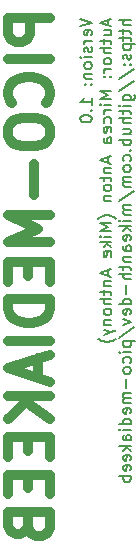
<source format=gbo>
G04 #@! TF.GenerationSoftware,KiCad,Pcbnew,5.1.5+dfsg1-2build2*
G04 #@! TF.CreationDate,2021-05-11T19:50:18+03:00*
G04 #@! TF.ProjectId,pico-mediakeeb,7069636f-2d6d-4656-9469-616b6565622e,v01*
G04 #@! TF.SameCoordinates,Original*
G04 #@! TF.FileFunction,Legend,Bot*
G04 #@! TF.FilePolarity,Positive*
%FSLAX46Y46*%
G04 Gerber Fmt 4.6, Leading zero omitted, Abs format (unit mm)*
G04 Created by KiCad (PCBNEW 5.1.5+dfsg1-2build2) date 2021-05-11 19:50:18*
%MOMM*%
%LPD*%
G04 APERTURE LIST*
%ADD10C,0.150000*%
%ADD11C,0.875000*%
G04 APERTURE END LIST*
D10*
X103212380Y-54802738D02*
X104212380Y-55136071D01*
X103212380Y-55469404D01*
X104164761Y-56183690D02*
X104212380Y-56088452D01*
X104212380Y-55897976D01*
X104164761Y-55802738D01*
X104069523Y-55755119D01*
X103688571Y-55755119D01*
X103593333Y-55802738D01*
X103545714Y-55897976D01*
X103545714Y-56088452D01*
X103593333Y-56183690D01*
X103688571Y-56231309D01*
X103783809Y-56231309D01*
X103879047Y-55755119D01*
X104212380Y-56659880D02*
X103545714Y-56659880D01*
X103736190Y-56659880D02*
X103640952Y-56707500D01*
X103593333Y-56755119D01*
X103545714Y-56850357D01*
X103545714Y-56945595D01*
X104164761Y-57231309D02*
X104212380Y-57326547D01*
X104212380Y-57517023D01*
X104164761Y-57612261D01*
X104069523Y-57659880D01*
X104021904Y-57659880D01*
X103926666Y-57612261D01*
X103879047Y-57517023D01*
X103879047Y-57374166D01*
X103831428Y-57278928D01*
X103736190Y-57231309D01*
X103688571Y-57231309D01*
X103593333Y-57278928D01*
X103545714Y-57374166D01*
X103545714Y-57517023D01*
X103593333Y-57612261D01*
X104212380Y-58088452D02*
X103545714Y-58088452D01*
X103212380Y-58088452D02*
X103260000Y-58040833D01*
X103307619Y-58088452D01*
X103260000Y-58136071D01*
X103212380Y-58088452D01*
X103307619Y-58088452D01*
X104212380Y-58707500D02*
X104164761Y-58612261D01*
X104117142Y-58564642D01*
X104021904Y-58517023D01*
X103736190Y-58517023D01*
X103640952Y-58564642D01*
X103593333Y-58612261D01*
X103545714Y-58707500D01*
X103545714Y-58850357D01*
X103593333Y-58945595D01*
X103640952Y-58993214D01*
X103736190Y-59040833D01*
X104021904Y-59040833D01*
X104117142Y-58993214D01*
X104164761Y-58945595D01*
X104212380Y-58850357D01*
X104212380Y-58707500D01*
X103545714Y-59469404D02*
X104212380Y-59469404D01*
X103640952Y-59469404D02*
X103593333Y-59517023D01*
X103545714Y-59612261D01*
X103545714Y-59755119D01*
X103593333Y-59850357D01*
X103688571Y-59897976D01*
X104212380Y-59897976D01*
X104117142Y-60374166D02*
X104164761Y-60421785D01*
X104212380Y-60374166D01*
X104164761Y-60326547D01*
X104117142Y-60374166D01*
X104212380Y-60374166D01*
X103593333Y-60374166D02*
X103640952Y-60421785D01*
X103688571Y-60374166D01*
X103640952Y-60326547D01*
X103593333Y-60374166D01*
X103688571Y-60374166D01*
X104212380Y-62136071D02*
X104212380Y-61564642D01*
X104212380Y-61850357D02*
X103212380Y-61850357D01*
X103355238Y-61755119D01*
X103450476Y-61659880D01*
X103498095Y-61564642D01*
X104117142Y-62564642D02*
X104164761Y-62612261D01*
X104212380Y-62564642D01*
X104164761Y-62517023D01*
X104117142Y-62564642D01*
X104212380Y-62564642D01*
X103212380Y-63231309D02*
X103212380Y-63326547D01*
X103260000Y-63421785D01*
X103307619Y-63469404D01*
X103402857Y-63517023D01*
X103593333Y-63564642D01*
X103831428Y-63564642D01*
X104021904Y-63517023D01*
X104117142Y-63469404D01*
X104164761Y-63421785D01*
X104212380Y-63326547D01*
X104212380Y-63231309D01*
X104164761Y-63136071D01*
X104117142Y-63088452D01*
X104021904Y-63040833D01*
X103831428Y-62993214D01*
X103593333Y-62993214D01*
X103402857Y-63040833D01*
X103307619Y-63088452D01*
X103260000Y-63136071D01*
X103212380Y-63231309D01*
X105576666Y-54897976D02*
X105576666Y-55374166D01*
X105862380Y-54802738D02*
X104862380Y-55136071D01*
X105862380Y-55469404D01*
X105195714Y-56231309D02*
X105862380Y-56231309D01*
X105195714Y-55802738D02*
X105719523Y-55802738D01*
X105814761Y-55850357D01*
X105862380Y-55945595D01*
X105862380Y-56088452D01*
X105814761Y-56183690D01*
X105767142Y-56231309D01*
X105195714Y-56564642D02*
X105195714Y-56945595D01*
X104862380Y-56707500D02*
X105719523Y-56707500D01*
X105814761Y-56755119D01*
X105862380Y-56850357D01*
X105862380Y-56945595D01*
X105862380Y-57278928D02*
X104862380Y-57278928D01*
X105862380Y-57707500D02*
X105338571Y-57707500D01*
X105243333Y-57659880D01*
X105195714Y-57564642D01*
X105195714Y-57421785D01*
X105243333Y-57326547D01*
X105290952Y-57278928D01*
X105862380Y-58326547D02*
X105814761Y-58231309D01*
X105767142Y-58183690D01*
X105671904Y-58136071D01*
X105386190Y-58136071D01*
X105290952Y-58183690D01*
X105243333Y-58231309D01*
X105195714Y-58326547D01*
X105195714Y-58469404D01*
X105243333Y-58564642D01*
X105290952Y-58612261D01*
X105386190Y-58659880D01*
X105671904Y-58659880D01*
X105767142Y-58612261D01*
X105814761Y-58564642D01*
X105862380Y-58469404D01*
X105862380Y-58326547D01*
X105862380Y-59088452D02*
X105195714Y-59088452D01*
X105386190Y-59088452D02*
X105290952Y-59136071D01*
X105243333Y-59183690D01*
X105195714Y-59278928D01*
X105195714Y-59374166D01*
X105767142Y-59707500D02*
X105814761Y-59755119D01*
X105862380Y-59707500D01*
X105814761Y-59659880D01*
X105767142Y-59707500D01*
X105862380Y-59707500D01*
X105243333Y-59707500D02*
X105290952Y-59755119D01*
X105338571Y-59707500D01*
X105290952Y-59659880D01*
X105243333Y-59707500D01*
X105338571Y-59707500D01*
X105862380Y-60945595D02*
X104862380Y-60945595D01*
X105576666Y-61278928D01*
X104862380Y-61612261D01*
X105862380Y-61612261D01*
X105862380Y-62088452D02*
X105195714Y-62088452D01*
X104862380Y-62088452D02*
X104910000Y-62040833D01*
X104957619Y-62088452D01*
X104910000Y-62136071D01*
X104862380Y-62088452D01*
X104957619Y-62088452D01*
X105862380Y-62564642D02*
X105195714Y-62564642D01*
X105386190Y-62564642D02*
X105290952Y-62612261D01*
X105243333Y-62659880D01*
X105195714Y-62755119D01*
X105195714Y-62850357D01*
X105814761Y-63612261D02*
X105862380Y-63517023D01*
X105862380Y-63326547D01*
X105814761Y-63231309D01*
X105767142Y-63183690D01*
X105671904Y-63136071D01*
X105386190Y-63136071D01*
X105290952Y-63183690D01*
X105243333Y-63231309D01*
X105195714Y-63326547D01*
X105195714Y-63517023D01*
X105243333Y-63612261D01*
X105814761Y-64421785D02*
X105862380Y-64326547D01*
X105862380Y-64136071D01*
X105814761Y-64040833D01*
X105719523Y-63993214D01*
X105338571Y-63993214D01*
X105243333Y-64040833D01*
X105195714Y-64136071D01*
X105195714Y-64326547D01*
X105243333Y-64421785D01*
X105338571Y-64469404D01*
X105433809Y-64469404D01*
X105529047Y-63993214D01*
X105862380Y-65326547D02*
X105338571Y-65326547D01*
X105243333Y-65278928D01*
X105195714Y-65183690D01*
X105195714Y-64993214D01*
X105243333Y-64897976D01*
X105814761Y-65326547D02*
X105862380Y-65231309D01*
X105862380Y-64993214D01*
X105814761Y-64897976D01*
X105719523Y-64850357D01*
X105624285Y-64850357D01*
X105529047Y-64897976D01*
X105481428Y-64993214D01*
X105481428Y-65231309D01*
X105433809Y-65326547D01*
X105576666Y-66517023D02*
X105576666Y-66993214D01*
X105862380Y-66421785D02*
X104862380Y-66755119D01*
X105862380Y-67088452D01*
X105195714Y-67421785D02*
X105862380Y-67421785D01*
X105290952Y-67421785D02*
X105243333Y-67469404D01*
X105195714Y-67564642D01*
X105195714Y-67707500D01*
X105243333Y-67802738D01*
X105338571Y-67850357D01*
X105862380Y-67850357D01*
X105195714Y-68183690D02*
X105195714Y-68564642D01*
X104862380Y-68326547D02*
X105719523Y-68326547D01*
X105814761Y-68374166D01*
X105862380Y-68469404D01*
X105862380Y-68564642D01*
X105862380Y-69040833D02*
X105814761Y-68945595D01*
X105767142Y-68897976D01*
X105671904Y-68850357D01*
X105386190Y-68850357D01*
X105290952Y-68897976D01*
X105243333Y-68945595D01*
X105195714Y-69040833D01*
X105195714Y-69183690D01*
X105243333Y-69278928D01*
X105290952Y-69326547D01*
X105386190Y-69374166D01*
X105671904Y-69374166D01*
X105767142Y-69326547D01*
X105814761Y-69278928D01*
X105862380Y-69183690D01*
X105862380Y-69040833D01*
X105195714Y-69802738D02*
X105862380Y-69802738D01*
X105290952Y-69802738D02*
X105243333Y-69850357D01*
X105195714Y-69945595D01*
X105195714Y-70088452D01*
X105243333Y-70183690D01*
X105338571Y-70231309D01*
X105862380Y-70231309D01*
X106243333Y-71755119D02*
X106195714Y-71707500D01*
X106052857Y-71612261D01*
X105957619Y-71564642D01*
X105814761Y-71517023D01*
X105576666Y-71469404D01*
X105386190Y-71469404D01*
X105148095Y-71517023D01*
X105005238Y-71564642D01*
X104910000Y-71612261D01*
X104767142Y-71707500D01*
X104719523Y-71755119D01*
X105862380Y-72136071D02*
X104862380Y-72136071D01*
X105576666Y-72469404D01*
X104862380Y-72802738D01*
X105862380Y-72802738D01*
X105862380Y-73278928D02*
X105195714Y-73278928D01*
X104862380Y-73278928D02*
X104910000Y-73231309D01*
X104957619Y-73278928D01*
X104910000Y-73326547D01*
X104862380Y-73278928D01*
X104957619Y-73278928D01*
X105862380Y-73755119D02*
X104862380Y-73755119D01*
X105481428Y-73850357D02*
X105862380Y-74136071D01*
X105195714Y-74136071D02*
X105576666Y-73755119D01*
X105814761Y-74945595D02*
X105862380Y-74850357D01*
X105862380Y-74659880D01*
X105814761Y-74564642D01*
X105719523Y-74517023D01*
X105338571Y-74517023D01*
X105243333Y-74564642D01*
X105195714Y-74659880D01*
X105195714Y-74850357D01*
X105243333Y-74945595D01*
X105338571Y-74993214D01*
X105433809Y-74993214D01*
X105529047Y-74517023D01*
X105576666Y-76136071D02*
X105576666Y-76612261D01*
X105862380Y-76040833D02*
X104862380Y-76374166D01*
X105862380Y-76707500D01*
X105195714Y-77040833D02*
X105862380Y-77040833D01*
X105290952Y-77040833D02*
X105243333Y-77088452D01*
X105195714Y-77183690D01*
X105195714Y-77326547D01*
X105243333Y-77421785D01*
X105338571Y-77469404D01*
X105862380Y-77469404D01*
X105195714Y-77802738D02*
X105195714Y-78183690D01*
X104862380Y-77945595D02*
X105719523Y-77945595D01*
X105814761Y-77993214D01*
X105862380Y-78088452D01*
X105862380Y-78183690D01*
X105862380Y-78517023D02*
X104862380Y-78517023D01*
X105862380Y-78945595D02*
X105338571Y-78945595D01*
X105243333Y-78897976D01*
X105195714Y-78802738D01*
X105195714Y-78659880D01*
X105243333Y-78564642D01*
X105290952Y-78517023D01*
X105862380Y-79564642D02*
X105814761Y-79469404D01*
X105767142Y-79421785D01*
X105671904Y-79374166D01*
X105386190Y-79374166D01*
X105290952Y-79421785D01*
X105243333Y-79469404D01*
X105195714Y-79564642D01*
X105195714Y-79707500D01*
X105243333Y-79802738D01*
X105290952Y-79850357D01*
X105386190Y-79897976D01*
X105671904Y-79897976D01*
X105767142Y-79850357D01*
X105814761Y-79802738D01*
X105862380Y-79707500D01*
X105862380Y-79564642D01*
X105195714Y-80326547D02*
X105862380Y-80326547D01*
X105290952Y-80326547D02*
X105243333Y-80374166D01*
X105195714Y-80469404D01*
X105195714Y-80612261D01*
X105243333Y-80707500D01*
X105338571Y-80755119D01*
X105862380Y-80755119D01*
X105195714Y-81136071D02*
X105862380Y-81374166D01*
X105195714Y-81612261D02*
X105862380Y-81374166D01*
X106100476Y-81278928D01*
X106148095Y-81231309D01*
X106195714Y-81136071D01*
X106243333Y-81897976D02*
X106195714Y-81945595D01*
X106052857Y-82040833D01*
X105957619Y-82088452D01*
X105814761Y-82136071D01*
X105576666Y-82183690D01*
X105386190Y-82183690D01*
X105148095Y-82136071D01*
X105005238Y-82088452D01*
X104910000Y-82040833D01*
X104767142Y-81945595D01*
X104719523Y-81897976D01*
X107512380Y-54945595D02*
X106512380Y-54945595D01*
X107512380Y-55374166D02*
X106988571Y-55374166D01*
X106893333Y-55326547D01*
X106845714Y-55231309D01*
X106845714Y-55088452D01*
X106893333Y-54993214D01*
X106940952Y-54945595D01*
X106845714Y-55707500D02*
X106845714Y-56088452D01*
X106512380Y-55850357D02*
X107369523Y-55850357D01*
X107464761Y-55897976D01*
X107512380Y-55993214D01*
X107512380Y-56088452D01*
X106845714Y-56278928D02*
X106845714Y-56659880D01*
X106512380Y-56421785D02*
X107369523Y-56421785D01*
X107464761Y-56469404D01*
X107512380Y-56564642D01*
X107512380Y-56659880D01*
X106845714Y-56993214D02*
X107845714Y-56993214D01*
X106893333Y-56993214D02*
X106845714Y-57088452D01*
X106845714Y-57278928D01*
X106893333Y-57374166D01*
X106940952Y-57421785D01*
X107036190Y-57469404D01*
X107321904Y-57469404D01*
X107417142Y-57421785D01*
X107464761Y-57374166D01*
X107512380Y-57278928D01*
X107512380Y-57088452D01*
X107464761Y-56993214D01*
X107464761Y-57850357D02*
X107512380Y-57945595D01*
X107512380Y-58136071D01*
X107464761Y-58231309D01*
X107369523Y-58278928D01*
X107321904Y-58278928D01*
X107226666Y-58231309D01*
X107179047Y-58136071D01*
X107179047Y-57993214D01*
X107131428Y-57897976D01*
X107036190Y-57850357D01*
X106988571Y-57850357D01*
X106893333Y-57897976D01*
X106845714Y-57993214D01*
X106845714Y-58136071D01*
X106893333Y-58231309D01*
X107417142Y-58707500D02*
X107464761Y-58755119D01*
X107512380Y-58707500D01*
X107464761Y-58659880D01*
X107417142Y-58707500D01*
X107512380Y-58707500D01*
X106893333Y-58707500D02*
X106940952Y-58755119D01*
X106988571Y-58707500D01*
X106940952Y-58659880D01*
X106893333Y-58707500D01*
X106988571Y-58707500D01*
X106464761Y-59897976D02*
X107750476Y-59040833D01*
X106464761Y-60945595D02*
X107750476Y-60088452D01*
X106845714Y-61707500D02*
X107655238Y-61707500D01*
X107750476Y-61659880D01*
X107798095Y-61612261D01*
X107845714Y-61517023D01*
X107845714Y-61374166D01*
X107798095Y-61278928D01*
X107464761Y-61707500D02*
X107512380Y-61612261D01*
X107512380Y-61421785D01*
X107464761Y-61326547D01*
X107417142Y-61278928D01*
X107321904Y-61231309D01*
X107036190Y-61231309D01*
X106940952Y-61278928D01*
X106893333Y-61326547D01*
X106845714Y-61421785D01*
X106845714Y-61612261D01*
X106893333Y-61707500D01*
X107512380Y-62183690D02*
X106845714Y-62183690D01*
X106512380Y-62183690D02*
X106560000Y-62136071D01*
X106607619Y-62183690D01*
X106560000Y-62231309D01*
X106512380Y-62183690D01*
X106607619Y-62183690D01*
X106845714Y-62517023D02*
X106845714Y-62897976D01*
X106512380Y-62659880D02*
X107369523Y-62659880D01*
X107464761Y-62707500D01*
X107512380Y-62802738D01*
X107512380Y-62897976D01*
X107512380Y-63231309D02*
X106512380Y-63231309D01*
X107512380Y-63659880D02*
X106988571Y-63659880D01*
X106893333Y-63612261D01*
X106845714Y-63517023D01*
X106845714Y-63374166D01*
X106893333Y-63278928D01*
X106940952Y-63231309D01*
X106845714Y-64564642D02*
X107512380Y-64564642D01*
X106845714Y-64136071D02*
X107369523Y-64136071D01*
X107464761Y-64183690D01*
X107512380Y-64278928D01*
X107512380Y-64421785D01*
X107464761Y-64517023D01*
X107417142Y-64564642D01*
X107512380Y-65040833D02*
X106512380Y-65040833D01*
X106893333Y-65040833D02*
X106845714Y-65136071D01*
X106845714Y-65326547D01*
X106893333Y-65421785D01*
X106940952Y-65469404D01*
X107036190Y-65517023D01*
X107321904Y-65517023D01*
X107417142Y-65469404D01*
X107464761Y-65421785D01*
X107512380Y-65326547D01*
X107512380Y-65136071D01*
X107464761Y-65040833D01*
X107417142Y-65945595D02*
X107464761Y-65993214D01*
X107512380Y-65945595D01*
X107464761Y-65897976D01*
X107417142Y-65945595D01*
X107512380Y-65945595D01*
X107464761Y-66850357D02*
X107512380Y-66755119D01*
X107512380Y-66564642D01*
X107464761Y-66469404D01*
X107417142Y-66421785D01*
X107321904Y-66374166D01*
X107036190Y-66374166D01*
X106940952Y-66421785D01*
X106893333Y-66469404D01*
X106845714Y-66564642D01*
X106845714Y-66755119D01*
X106893333Y-66850357D01*
X107512380Y-67421785D02*
X107464761Y-67326547D01*
X107417142Y-67278928D01*
X107321904Y-67231309D01*
X107036190Y-67231309D01*
X106940952Y-67278928D01*
X106893333Y-67326547D01*
X106845714Y-67421785D01*
X106845714Y-67564642D01*
X106893333Y-67659880D01*
X106940952Y-67707500D01*
X107036190Y-67755119D01*
X107321904Y-67755119D01*
X107417142Y-67707500D01*
X107464761Y-67659880D01*
X107512380Y-67564642D01*
X107512380Y-67421785D01*
X107512380Y-68183690D02*
X106845714Y-68183690D01*
X106940952Y-68183690D02*
X106893333Y-68231309D01*
X106845714Y-68326547D01*
X106845714Y-68469404D01*
X106893333Y-68564642D01*
X106988571Y-68612261D01*
X107512380Y-68612261D01*
X106988571Y-68612261D02*
X106893333Y-68659880D01*
X106845714Y-68755119D01*
X106845714Y-68897976D01*
X106893333Y-68993214D01*
X106988571Y-69040833D01*
X107512380Y-69040833D01*
X106464761Y-70231309D02*
X107750476Y-69374166D01*
X107512380Y-70564642D02*
X106845714Y-70564642D01*
X106940952Y-70564642D02*
X106893333Y-70612261D01*
X106845714Y-70707500D01*
X106845714Y-70850357D01*
X106893333Y-70945595D01*
X106988571Y-70993214D01*
X107512380Y-70993214D01*
X106988571Y-70993214D02*
X106893333Y-71040833D01*
X106845714Y-71136071D01*
X106845714Y-71278928D01*
X106893333Y-71374166D01*
X106988571Y-71421785D01*
X107512380Y-71421785D01*
X107512380Y-71897976D02*
X106845714Y-71897976D01*
X106512380Y-71897976D02*
X106560000Y-71850357D01*
X106607619Y-71897976D01*
X106560000Y-71945595D01*
X106512380Y-71897976D01*
X106607619Y-71897976D01*
X107512380Y-72374166D02*
X106512380Y-72374166D01*
X107131428Y-72469404D02*
X107512380Y-72755119D01*
X106845714Y-72755119D02*
X107226666Y-72374166D01*
X107464761Y-73564642D02*
X107512380Y-73469404D01*
X107512380Y-73278928D01*
X107464761Y-73183690D01*
X107369523Y-73136071D01*
X106988571Y-73136071D01*
X106893333Y-73183690D01*
X106845714Y-73278928D01*
X106845714Y-73469404D01*
X106893333Y-73564642D01*
X106988571Y-73612261D01*
X107083809Y-73612261D01*
X107179047Y-73136071D01*
X107512380Y-74469404D02*
X106988571Y-74469404D01*
X106893333Y-74421785D01*
X106845714Y-74326547D01*
X106845714Y-74136071D01*
X106893333Y-74040833D01*
X107464761Y-74469404D02*
X107512380Y-74374166D01*
X107512380Y-74136071D01*
X107464761Y-74040833D01*
X107369523Y-73993214D01*
X107274285Y-73993214D01*
X107179047Y-74040833D01*
X107131428Y-74136071D01*
X107131428Y-74374166D01*
X107083809Y-74469404D01*
X106845714Y-74945595D02*
X107512380Y-74945595D01*
X106940952Y-74945595D02*
X106893333Y-74993214D01*
X106845714Y-75088452D01*
X106845714Y-75231309D01*
X106893333Y-75326547D01*
X106988571Y-75374166D01*
X107512380Y-75374166D01*
X106845714Y-75707500D02*
X106845714Y-76088452D01*
X106512380Y-75850357D02*
X107369523Y-75850357D01*
X107464761Y-75897976D01*
X107512380Y-75993214D01*
X107512380Y-76088452D01*
X107512380Y-76421785D02*
X106512380Y-76421785D01*
X107512380Y-76850357D02*
X106988571Y-76850357D01*
X106893333Y-76802738D01*
X106845714Y-76707500D01*
X106845714Y-76564642D01*
X106893333Y-76469404D01*
X106940952Y-76421785D01*
X107131428Y-77326547D02*
X107131428Y-78088452D01*
X107512380Y-78993214D02*
X106512380Y-78993214D01*
X107464761Y-78993214D02*
X107512380Y-78897976D01*
X107512380Y-78707500D01*
X107464761Y-78612261D01*
X107417142Y-78564642D01*
X107321904Y-78517023D01*
X107036190Y-78517023D01*
X106940952Y-78564642D01*
X106893333Y-78612261D01*
X106845714Y-78707500D01*
X106845714Y-78897976D01*
X106893333Y-78993214D01*
X107464761Y-79850357D02*
X107512380Y-79755119D01*
X107512380Y-79564642D01*
X107464761Y-79469404D01*
X107369523Y-79421785D01*
X106988571Y-79421785D01*
X106893333Y-79469404D01*
X106845714Y-79564642D01*
X106845714Y-79755119D01*
X106893333Y-79850357D01*
X106988571Y-79897976D01*
X107083809Y-79897976D01*
X107179047Y-79421785D01*
X106845714Y-80231309D02*
X107512380Y-80469404D01*
X106845714Y-80707500D01*
X106464761Y-81802738D02*
X107750476Y-80945595D01*
X106845714Y-82136071D02*
X107845714Y-82136071D01*
X106893333Y-82136071D02*
X106845714Y-82231309D01*
X106845714Y-82421785D01*
X106893333Y-82517023D01*
X106940952Y-82564642D01*
X107036190Y-82612261D01*
X107321904Y-82612261D01*
X107417142Y-82564642D01*
X107464761Y-82517023D01*
X107512380Y-82421785D01*
X107512380Y-82231309D01*
X107464761Y-82136071D01*
X107512380Y-83040833D02*
X106845714Y-83040833D01*
X106512380Y-83040833D02*
X106560000Y-82993214D01*
X106607619Y-83040833D01*
X106560000Y-83088452D01*
X106512380Y-83040833D01*
X106607619Y-83040833D01*
X107464761Y-83945595D02*
X107512380Y-83850357D01*
X107512380Y-83659880D01*
X107464761Y-83564642D01*
X107417142Y-83517023D01*
X107321904Y-83469404D01*
X107036190Y-83469404D01*
X106940952Y-83517023D01*
X106893333Y-83564642D01*
X106845714Y-83659880D01*
X106845714Y-83850357D01*
X106893333Y-83945595D01*
X107512380Y-84517023D02*
X107464761Y-84421785D01*
X107417142Y-84374166D01*
X107321904Y-84326547D01*
X107036190Y-84326547D01*
X106940952Y-84374166D01*
X106893333Y-84421785D01*
X106845714Y-84517023D01*
X106845714Y-84659880D01*
X106893333Y-84755119D01*
X106940952Y-84802738D01*
X107036190Y-84850357D01*
X107321904Y-84850357D01*
X107417142Y-84802738D01*
X107464761Y-84755119D01*
X107512380Y-84659880D01*
X107512380Y-84517023D01*
X107131428Y-85278928D02*
X107131428Y-86040833D01*
X107512380Y-86517023D02*
X106845714Y-86517023D01*
X106940952Y-86517023D02*
X106893333Y-86564642D01*
X106845714Y-86659880D01*
X106845714Y-86802738D01*
X106893333Y-86897976D01*
X106988571Y-86945595D01*
X107512380Y-86945595D01*
X106988571Y-86945595D02*
X106893333Y-86993214D01*
X106845714Y-87088452D01*
X106845714Y-87231309D01*
X106893333Y-87326547D01*
X106988571Y-87374166D01*
X107512380Y-87374166D01*
X107464761Y-88231309D02*
X107512380Y-88136071D01*
X107512380Y-87945595D01*
X107464761Y-87850357D01*
X107369523Y-87802738D01*
X106988571Y-87802738D01*
X106893333Y-87850357D01*
X106845714Y-87945595D01*
X106845714Y-88136071D01*
X106893333Y-88231309D01*
X106988571Y-88278928D01*
X107083809Y-88278928D01*
X107179047Y-87802738D01*
X107512380Y-89136071D02*
X106512380Y-89136071D01*
X107464761Y-89136071D02*
X107512380Y-89040833D01*
X107512380Y-88850357D01*
X107464761Y-88755119D01*
X107417142Y-88707500D01*
X107321904Y-88659880D01*
X107036190Y-88659880D01*
X106940952Y-88707500D01*
X106893333Y-88755119D01*
X106845714Y-88850357D01*
X106845714Y-89040833D01*
X106893333Y-89136071D01*
X107512380Y-89612261D02*
X106845714Y-89612261D01*
X106512380Y-89612261D02*
X106560000Y-89564642D01*
X106607619Y-89612261D01*
X106560000Y-89659880D01*
X106512380Y-89612261D01*
X106607619Y-89612261D01*
X107512380Y-90517023D02*
X106988571Y-90517023D01*
X106893333Y-90469404D01*
X106845714Y-90374166D01*
X106845714Y-90183690D01*
X106893333Y-90088452D01*
X107464761Y-90517023D02*
X107512380Y-90421785D01*
X107512380Y-90183690D01*
X107464761Y-90088452D01*
X107369523Y-90040833D01*
X107274285Y-90040833D01*
X107179047Y-90088452D01*
X107131428Y-90183690D01*
X107131428Y-90421785D01*
X107083809Y-90517023D01*
X107512380Y-90993214D02*
X106512380Y-90993214D01*
X107131428Y-91088452D02*
X107512380Y-91374166D01*
X106845714Y-91374166D02*
X107226666Y-90993214D01*
X107464761Y-92183690D02*
X107512380Y-92088452D01*
X107512380Y-91897976D01*
X107464761Y-91802738D01*
X107369523Y-91755119D01*
X106988571Y-91755119D01*
X106893333Y-91802738D01*
X106845714Y-91897976D01*
X106845714Y-92088452D01*
X106893333Y-92183690D01*
X106988571Y-92231309D01*
X107083809Y-92231309D01*
X107179047Y-91755119D01*
X107464761Y-93040833D02*
X107512380Y-92945595D01*
X107512380Y-92755119D01*
X107464761Y-92659880D01*
X107369523Y-92612261D01*
X106988571Y-92612261D01*
X106893333Y-92659880D01*
X106845714Y-92755119D01*
X106845714Y-92945595D01*
X106893333Y-93040833D01*
X106988571Y-93088452D01*
X107083809Y-93088452D01*
X107179047Y-92612261D01*
X107512380Y-93517023D02*
X106512380Y-93517023D01*
X106893333Y-93517023D02*
X106845714Y-93612261D01*
X106845714Y-93802738D01*
X106893333Y-93897976D01*
X106940952Y-93945595D01*
X107036190Y-93993214D01*
X107321904Y-93993214D01*
X107417142Y-93945595D01*
X107464761Y-93897976D01*
X107512380Y-93802738D01*
X107512380Y-93612261D01*
X107464761Y-93517023D01*
D11*
X100643333Y-54742083D02*
X97143333Y-54742083D01*
X97143333Y-56075416D01*
X97310000Y-56408750D01*
X97476666Y-56575416D01*
X97810000Y-56742083D01*
X98310000Y-56742083D01*
X98643333Y-56575416D01*
X98810000Y-56408750D01*
X98976666Y-56075416D01*
X98976666Y-54742083D01*
X100643333Y-58242083D02*
X97143333Y-58242083D01*
X100310000Y-61908750D02*
X100476666Y-61742083D01*
X100643333Y-61242083D01*
X100643333Y-60908750D01*
X100476666Y-60408750D01*
X100143333Y-60075416D01*
X99810000Y-59908750D01*
X99143333Y-59742083D01*
X98643333Y-59742083D01*
X97976666Y-59908750D01*
X97643333Y-60075416D01*
X97310000Y-60408750D01*
X97143333Y-60908750D01*
X97143333Y-61242083D01*
X97310000Y-61742083D01*
X97476666Y-61908750D01*
X97143333Y-64075416D02*
X97143333Y-64742083D01*
X97310000Y-65075416D01*
X97643333Y-65408750D01*
X98310000Y-65575416D01*
X99476666Y-65575416D01*
X100143333Y-65408750D01*
X100476666Y-65075416D01*
X100643333Y-64742083D01*
X100643333Y-64075416D01*
X100476666Y-63742083D01*
X100143333Y-63408750D01*
X99476666Y-63242083D01*
X98310000Y-63242083D01*
X97643333Y-63408750D01*
X97310000Y-63742083D01*
X97143333Y-64075416D01*
X99310000Y-67075416D02*
X99310000Y-69742083D01*
X100643333Y-71408750D02*
X97143333Y-71408750D01*
X99643333Y-72575416D01*
X97143333Y-73742083D01*
X100643333Y-73742083D01*
X98810000Y-75408750D02*
X98810000Y-76575416D01*
X100643333Y-77075416D02*
X100643333Y-75408750D01*
X97143333Y-75408750D01*
X97143333Y-77075416D01*
X100643333Y-78575416D02*
X97143333Y-78575416D01*
X97143333Y-79408750D01*
X97310000Y-79908750D01*
X97643333Y-80242083D01*
X97976666Y-80408750D01*
X98643333Y-80575416D01*
X99143333Y-80575416D01*
X99810000Y-80408750D01*
X100143333Y-80242083D01*
X100476666Y-79908750D01*
X100643333Y-79408750D01*
X100643333Y-78575416D01*
X100643333Y-82075416D02*
X97143333Y-82075416D01*
X99643333Y-83575416D02*
X99643333Y-85242083D01*
X100643333Y-83242083D02*
X97143333Y-84408750D01*
X100643333Y-85575416D01*
X100643333Y-86742083D02*
X97143333Y-86742083D01*
X100643333Y-88742083D02*
X98643333Y-87242083D01*
X97143333Y-88742083D02*
X99143333Y-86742083D01*
X98810000Y-90242083D02*
X98810000Y-91408750D01*
X100643333Y-91908750D02*
X100643333Y-90242083D01*
X97143333Y-90242083D01*
X97143333Y-91908750D01*
X98810000Y-93408750D02*
X98810000Y-94575416D01*
X100643333Y-95075416D02*
X100643333Y-93408750D01*
X97143333Y-93408750D01*
X97143333Y-95075416D01*
X98810000Y-97742083D02*
X98976666Y-98242083D01*
X99143333Y-98408750D01*
X99476666Y-98575416D01*
X99976666Y-98575416D01*
X100310000Y-98408750D01*
X100476666Y-98242083D01*
X100643333Y-97908750D01*
X100643333Y-96575416D01*
X97143333Y-96575416D01*
X97143333Y-97742083D01*
X97310000Y-98075416D01*
X97476666Y-98242083D01*
X97810000Y-98408750D01*
X98143333Y-98408750D01*
X98476666Y-98242083D01*
X98643333Y-98075416D01*
X98810000Y-97742083D01*
X98810000Y-96575416D01*
M02*

</source>
